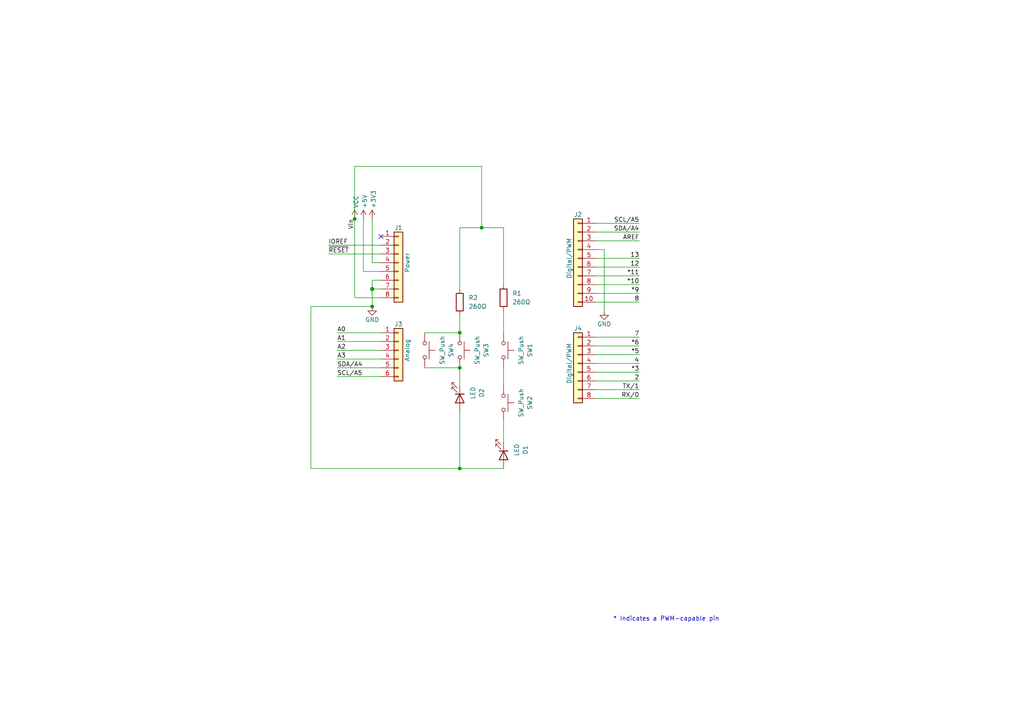
<source format=kicad_sch>
(kicad_sch
	(version 20231120)
	(generator "eeschema")
	(generator_version "8.0")
	(uuid "e63e39d7-6ac0-4ffd-8aa3-1841a4541b55")
	(paper "A4")
	(title_block
		(date "mar. 31 mars 2015")
	)
	(lib_symbols
		(symbol "Connector_Generic:Conn_01x06"
			(pin_names
				(offset 1.016) hide)
			(exclude_from_sim no)
			(in_bom yes)
			(on_board yes)
			(property "Reference" "J"
				(at 0 7.62 0)
				(effects
					(font
						(size 1.27 1.27)
					)
				)
			)
			(property "Value" "Conn_01x06"
				(at 0 -10.16 0)
				(effects
					(font
						(size 1.27 1.27)
					)
				)
			)
			(property "Footprint" ""
				(at 0 0 0)
				(effects
					(font
						(size 1.27 1.27)
					)
					(hide yes)
				)
			)
			(property "Datasheet" "~"
				(at 0 0 0)
				(effects
					(font
						(size 1.27 1.27)
					)
					(hide yes)
				)
			)
			(property "Description" "Generic connector, single row, 01x06, script generated (kicad-library-utils/schlib/autogen/connector/)"
				(at 0 0 0)
				(effects
					(font
						(size 1.27 1.27)
					)
					(hide yes)
				)
			)
			(property "ki_keywords" "connector"
				(at 0 0 0)
				(effects
					(font
						(size 1.27 1.27)
					)
					(hide yes)
				)
			)
			(property "ki_fp_filters" "Connector*:*_1x??_*"
				(at 0 0 0)
				(effects
					(font
						(size 1.27 1.27)
					)
					(hide yes)
				)
			)
			(symbol "Conn_01x06_1_1"
				(rectangle
					(start -1.27 -7.493)
					(end 0 -7.747)
					(stroke
						(width 0.1524)
						(type default)
					)
					(fill
						(type none)
					)
				)
				(rectangle
					(start -1.27 -4.953)
					(end 0 -5.207)
					(stroke
						(width 0.1524)
						(type default)
					)
					(fill
						(type none)
					)
				)
				(rectangle
					(start -1.27 -2.413)
					(end 0 -2.667)
					(stroke
						(width 0.1524)
						(type default)
					)
					(fill
						(type none)
					)
				)
				(rectangle
					(start -1.27 0.127)
					(end 0 -0.127)
					(stroke
						(width 0.1524)
						(type default)
					)
					(fill
						(type none)
					)
				)
				(rectangle
					(start -1.27 2.667)
					(end 0 2.413)
					(stroke
						(width 0.1524)
						(type default)
					)
					(fill
						(type none)
					)
				)
				(rectangle
					(start -1.27 5.207)
					(end 0 4.953)
					(stroke
						(width 0.1524)
						(type default)
					)
					(fill
						(type none)
					)
				)
				(rectangle
					(start -1.27 6.35)
					(end 1.27 -8.89)
					(stroke
						(width 0.254)
						(type default)
					)
					(fill
						(type background)
					)
				)
				(pin passive line
					(at -5.08 5.08 0)
					(length 3.81)
					(name "Pin_1"
						(effects
							(font
								(size 1.27 1.27)
							)
						)
					)
					(number "1"
						(effects
							(font
								(size 1.27 1.27)
							)
						)
					)
				)
				(pin passive line
					(at -5.08 2.54 0)
					(length 3.81)
					(name "Pin_2"
						(effects
							(font
								(size 1.27 1.27)
							)
						)
					)
					(number "2"
						(effects
							(font
								(size 1.27 1.27)
							)
						)
					)
				)
				(pin passive line
					(at -5.08 0 0)
					(length 3.81)
					(name "Pin_3"
						(effects
							(font
								(size 1.27 1.27)
							)
						)
					)
					(number "3"
						(effects
							(font
								(size 1.27 1.27)
							)
						)
					)
				)
				(pin passive line
					(at -5.08 -2.54 0)
					(length 3.81)
					(name "Pin_4"
						(effects
							(font
								(size 1.27 1.27)
							)
						)
					)
					(number "4"
						(effects
							(font
								(size 1.27 1.27)
							)
						)
					)
				)
				(pin passive line
					(at -5.08 -5.08 0)
					(length 3.81)
					(name "Pin_5"
						(effects
							(font
								(size 1.27 1.27)
							)
						)
					)
					(number "5"
						(effects
							(font
								(size 1.27 1.27)
							)
						)
					)
				)
				(pin passive line
					(at -5.08 -7.62 0)
					(length 3.81)
					(name "Pin_6"
						(effects
							(font
								(size 1.27 1.27)
							)
						)
					)
					(number "6"
						(effects
							(font
								(size 1.27 1.27)
							)
						)
					)
				)
			)
		)
		(symbol "Connector_Generic:Conn_01x08"
			(pin_names
				(offset 1.016) hide)
			(exclude_from_sim no)
			(in_bom yes)
			(on_board yes)
			(property "Reference" "J"
				(at 0 10.16 0)
				(effects
					(font
						(size 1.27 1.27)
					)
				)
			)
			(property "Value" "Conn_01x08"
				(at 0 -12.7 0)
				(effects
					(font
						(size 1.27 1.27)
					)
				)
			)
			(property "Footprint" ""
				(at 0 0 0)
				(effects
					(font
						(size 1.27 1.27)
					)
					(hide yes)
				)
			)
			(property "Datasheet" "~"
				(at 0 0 0)
				(effects
					(font
						(size 1.27 1.27)
					)
					(hide yes)
				)
			)
			(property "Description" "Generic connector, single row, 01x08, script generated (kicad-library-utils/schlib/autogen/connector/)"
				(at 0 0 0)
				(effects
					(font
						(size 1.27 1.27)
					)
					(hide yes)
				)
			)
			(property "ki_keywords" "connector"
				(at 0 0 0)
				(effects
					(font
						(size 1.27 1.27)
					)
					(hide yes)
				)
			)
			(property "ki_fp_filters" "Connector*:*_1x??_*"
				(at 0 0 0)
				(effects
					(font
						(size 1.27 1.27)
					)
					(hide yes)
				)
			)
			(symbol "Conn_01x08_1_1"
				(rectangle
					(start -1.27 -10.033)
					(end 0 -10.287)
					(stroke
						(width 0.1524)
						(type default)
					)
					(fill
						(type none)
					)
				)
				(rectangle
					(start -1.27 -7.493)
					(end 0 -7.747)
					(stroke
						(width 0.1524)
						(type default)
					)
					(fill
						(type none)
					)
				)
				(rectangle
					(start -1.27 -4.953)
					(end 0 -5.207)
					(stroke
						(width 0.1524)
						(type default)
					)
					(fill
						(type none)
					)
				)
				(rectangle
					(start -1.27 -2.413)
					(end 0 -2.667)
					(stroke
						(width 0.1524)
						(type default)
					)
					(fill
						(type none)
					)
				)
				(rectangle
					(start -1.27 0.127)
					(end 0 -0.127)
					(stroke
						(width 0.1524)
						(type default)
					)
					(fill
						(type none)
					)
				)
				(rectangle
					(start -1.27 2.667)
					(end 0 2.413)
					(stroke
						(width 0.1524)
						(type default)
					)
					(fill
						(type none)
					)
				)
				(rectangle
					(start -1.27 5.207)
					(end 0 4.953)
					(stroke
						(width 0.1524)
						(type default)
					)
					(fill
						(type none)
					)
				)
				(rectangle
					(start -1.27 7.747)
					(end 0 7.493)
					(stroke
						(width 0.1524)
						(type default)
					)
					(fill
						(type none)
					)
				)
				(rectangle
					(start -1.27 8.89)
					(end 1.27 -11.43)
					(stroke
						(width 0.254)
						(type default)
					)
					(fill
						(type background)
					)
				)
				(pin passive line
					(at -5.08 7.62 0)
					(length 3.81)
					(name "Pin_1"
						(effects
							(font
								(size 1.27 1.27)
							)
						)
					)
					(number "1"
						(effects
							(font
								(size 1.27 1.27)
							)
						)
					)
				)
				(pin passive line
					(at -5.08 5.08 0)
					(length 3.81)
					(name "Pin_2"
						(effects
							(font
								(size 1.27 1.27)
							)
						)
					)
					(number "2"
						(effects
							(font
								(size 1.27 1.27)
							)
						)
					)
				)
				(pin passive line
					(at -5.08 2.54 0)
					(length 3.81)
					(name "Pin_3"
						(effects
							(font
								(size 1.27 1.27)
							)
						)
					)
					(number "3"
						(effects
							(font
								(size 1.27 1.27)
							)
						)
					)
				)
				(pin passive line
					(at -5.08 0 0)
					(length 3.81)
					(name "Pin_4"
						(effects
							(font
								(size 1.27 1.27)
							)
						)
					)
					(number "4"
						(effects
							(font
								(size 1.27 1.27)
							)
						)
					)
				)
				(pin passive line
					(at -5.08 -2.54 0)
					(length 3.81)
					(name "Pin_5"
						(effects
							(font
								(size 1.27 1.27)
							)
						)
					)
					(number "5"
						(effects
							(font
								(size 1.27 1.27)
							)
						)
					)
				)
				(pin passive line
					(at -5.08 -5.08 0)
					(length 3.81)
					(name "Pin_6"
						(effects
							(font
								(size 1.27 1.27)
							)
						)
					)
					(number "6"
						(effects
							(font
								(size 1.27 1.27)
							)
						)
					)
				)
				(pin passive line
					(at -5.08 -7.62 0)
					(length 3.81)
					(name "Pin_7"
						(effects
							(font
								(size 1.27 1.27)
							)
						)
					)
					(number "7"
						(effects
							(font
								(size 1.27 1.27)
							)
						)
					)
				)
				(pin passive line
					(at -5.08 -10.16 0)
					(length 3.81)
					(name "Pin_8"
						(effects
							(font
								(size 1.27 1.27)
							)
						)
					)
					(number "8"
						(effects
							(font
								(size 1.27 1.27)
							)
						)
					)
				)
			)
		)
		(symbol "Connector_Generic:Conn_01x10"
			(pin_names
				(offset 1.016) hide)
			(exclude_from_sim no)
			(in_bom yes)
			(on_board yes)
			(property "Reference" "J"
				(at 0 12.7 0)
				(effects
					(font
						(size 1.27 1.27)
					)
				)
			)
			(property "Value" "Conn_01x10"
				(at 0 -15.24 0)
				(effects
					(font
						(size 1.27 1.27)
					)
				)
			)
			(property "Footprint" ""
				(at 0 0 0)
				(effects
					(font
						(size 1.27 1.27)
					)
					(hide yes)
				)
			)
			(property "Datasheet" "~"
				(at 0 0 0)
				(effects
					(font
						(size 1.27 1.27)
					)
					(hide yes)
				)
			)
			(property "Description" "Generic connector, single row, 01x10, script generated (kicad-library-utils/schlib/autogen/connector/)"
				(at 0 0 0)
				(effects
					(font
						(size 1.27 1.27)
					)
					(hide yes)
				)
			)
			(property "ki_keywords" "connector"
				(at 0 0 0)
				(effects
					(font
						(size 1.27 1.27)
					)
					(hide yes)
				)
			)
			(property "ki_fp_filters" "Connector*:*_1x??_*"
				(at 0 0 0)
				(effects
					(font
						(size 1.27 1.27)
					)
					(hide yes)
				)
			)
			(symbol "Conn_01x10_1_1"
				(rectangle
					(start -1.27 -12.573)
					(end 0 -12.827)
					(stroke
						(width 0.1524)
						(type default)
					)
					(fill
						(type none)
					)
				)
				(rectangle
					(start -1.27 -10.033)
					(end 0 -10.287)
					(stroke
						(width 0.1524)
						(type default)
					)
					(fill
						(type none)
					)
				)
				(rectangle
					(start -1.27 -7.493)
					(end 0 -7.747)
					(stroke
						(width 0.1524)
						(type default)
					)
					(fill
						(type none)
					)
				)
				(rectangle
					(start -1.27 -4.953)
					(end 0 -5.207)
					(stroke
						(width 0.1524)
						(type default)
					)
					(fill
						(type none)
					)
				)
				(rectangle
					(start -1.27 -2.413)
					(end 0 -2.667)
					(stroke
						(width 0.1524)
						(type default)
					)
					(fill
						(type none)
					)
				)
				(rectangle
					(start -1.27 0.127)
					(end 0 -0.127)
					(stroke
						(width 0.1524)
						(type default)
					)
					(fill
						(type none)
					)
				)
				(rectangle
					(start -1.27 2.667)
					(end 0 2.413)
					(stroke
						(width 0.1524)
						(type default)
					)
					(fill
						(type none)
					)
				)
				(rectangle
					(start -1.27 5.207)
					(end 0 4.953)
					(stroke
						(width 0.1524)
						(type default)
					)
					(fill
						(type none)
					)
				)
				(rectangle
					(start -1.27 7.747)
					(end 0 7.493)
					(stroke
						(width 0.1524)
						(type default)
					)
					(fill
						(type none)
					)
				)
				(rectangle
					(start -1.27 10.287)
					(end 0 10.033)
					(stroke
						(width 0.1524)
						(type default)
					)
					(fill
						(type none)
					)
				)
				(rectangle
					(start -1.27 11.43)
					(end 1.27 -13.97)
					(stroke
						(width 0.254)
						(type default)
					)
					(fill
						(type background)
					)
				)
				(pin passive line
					(at -5.08 10.16 0)
					(length 3.81)
					(name "Pin_1"
						(effects
							(font
								(size 1.27 1.27)
							)
						)
					)
					(number "1"
						(effects
							(font
								(size 1.27 1.27)
							)
						)
					)
				)
				(pin passive line
					(at -5.08 -12.7 0)
					(length 3.81)
					(name "Pin_10"
						(effects
							(font
								(size 1.27 1.27)
							)
						)
					)
					(number "10"
						(effects
							(font
								(size 1.27 1.27)
							)
						)
					)
				)
				(pin passive line
					(at -5.08 7.62 0)
					(length 3.81)
					(name "Pin_2"
						(effects
							(font
								(size 1.27 1.27)
							)
						)
					)
					(number "2"
						(effects
							(font
								(size 1.27 1.27)
							)
						)
					)
				)
				(pin passive line
					(at -5.08 5.08 0)
					(length 3.81)
					(name "Pin_3"
						(effects
							(font
								(size 1.27 1.27)
							)
						)
					)
					(number "3"
						(effects
							(font
								(size 1.27 1.27)
							)
						)
					)
				)
				(pin passive line
					(at -5.08 2.54 0)
					(length 3.81)
					(name "Pin_4"
						(effects
							(font
								(size 1.27 1.27)
							)
						)
					)
					(number "4"
						(effects
							(font
								(size 1.27 1.27)
							)
						)
					)
				)
				(pin passive line
					(at -5.08 0 0)
					(length 3.81)
					(name "Pin_5"
						(effects
							(font
								(size 1.27 1.27)
							)
						)
					)
					(number "5"
						(effects
							(font
								(size 1.27 1.27)
							)
						)
					)
				)
				(pin passive line
					(at -5.08 -2.54 0)
					(length 3.81)
					(name "Pin_6"
						(effects
							(font
								(size 1.27 1.27)
							)
						)
					)
					(number "6"
						(effects
							(font
								(size 1.27 1.27)
							)
						)
					)
				)
				(pin passive line
					(at -5.08 -5.08 0)
					(length 3.81)
					(name "Pin_7"
						(effects
							(font
								(size 1.27 1.27)
							)
						)
					)
					(number "7"
						(effects
							(font
								(size 1.27 1.27)
							)
						)
					)
				)
				(pin passive line
					(at -5.08 -7.62 0)
					(length 3.81)
					(name "Pin_8"
						(effects
							(font
								(size 1.27 1.27)
							)
						)
					)
					(number "8"
						(effects
							(font
								(size 1.27 1.27)
							)
						)
					)
				)
				(pin passive line
					(at -5.08 -10.16 0)
					(length 3.81)
					(name "Pin_9"
						(effects
							(font
								(size 1.27 1.27)
							)
						)
					)
					(number "9"
						(effects
							(font
								(size 1.27 1.27)
							)
						)
					)
				)
			)
		)
		(symbol "Device:LED"
			(pin_numbers hide)
			(pin_names
				(offset 1.016) hide)
			(exclude_from_sim no)
			(in_bom yes)
			(on_board yes)
			(property "Reference" "D"
				(at 0 2.54 0)
				(effects
					(font
						(size 1.27 1.27)
					)
				)
			)
			(property "Value" "LED"
				(at 0 -2.54 0)
				(effects
					(font
						(size 1.27 1.27)
					)
				)
			)
			(property "Footprint" ""
				(at 0 0 0)
				(effects
					(font
						(size 1.27 1.27)
					)
					(hide yes)
				)
			)
			(property "Datasheet" "~"
				(at 0 0 0)
				(effects
					(font
						(size 1.27 1.27)
					)
					(hide yes)
				)
			)
			(property "Description" "Light emitting diode"
				(at 0 0 0)
				(effects
					(font
						(size 1.27 1.27)
					)
					(hide yes)
				)
			)
			(property "ki_keywords" "LED diode"
				(at 0 0 0)
				(effects
					(font
						(size 1.27 1.27)
					)
					(hide yes)
				)
			)
			(property "ki_fp_filters" "LED* LED_SMD:* LED_THT:*"
				(at 0 0 0)
				(effects
					(font
						(size 1.27 1.27)
					)
					(hide yes)
				)
			)
			(symbol "LED_0_1"
				(polyline
					(pts
						(xy -1.27 -1.27) (xy -1.27 1.27)
					)
					(stroke
						(width 0.254)
						(type default)
					)
					(fill
						(type none)
					)
				)
				(polyline
					(pts
						(xy -1.27 0) (xy 1.27 0)
					)
					(stroke
						(width 0)
						(type default)
					)
					(fill
						(type none)
					)
				)
				(polyline
					(pts
						(xy 1.27 -1.27) (xy 1.27 1.27) (xy -1.27 0) (xy 1.27 -1.27)
					)
					(stroke
						(width 0.254)
						(type default)
					)
					(fill
						(type none)
					)
				)
				(polyline
					(pts
						(xy -3.048 -0.762) (xy -4.572 -2.286) (xy -3.81 -2.286) (xy -4.572 -2.286) (xy -4.572 -1.524)
					)
					(stroke
						(width 0)
						(type default)
					)
					(fill
						(type none)
					)
				)
				(polyline
					(pts
						(xy -1.778 -0.762) (xy -3.302 -2.286) (xy -2.54 -2.286) (xy -3.302 -2.286) (xy -3.302 -1.524)
					)
					(stroke
						(width 0)
						(type default)
					)
					(fill
						(type none)
					)
				)
			)
			(symbol "LED_1_1"
				(pin passive line
					(at -3.81 0 0)
					(length 2.54)
					(name "K"
						(effects
							(font
								(size 1.27 1.27)
							)
						)
					)
					(number "1"
						(effects
							(font
								(size 1.27 1.27)
							)
						)
					)
				)
				(pin passive line
					(at 3.81 0 180)
					(length 2.54)
					(name "A"
						(effects
							(font
								(size 1.27 1.27)
							)
						)
					)
					(number "2"
						(effects
							(font
								(size 1.27 1.27)
							)
						)
					)
				)
			)
		)
		(symbol "Device:R"
			(pin_numbers hide)
			(pin_names
				(offset 0)
			)
			(exclude_from_sim no)
			(in_bom yes)
			(on_board yes)
			(property "Reference" "R"
				(at 2.032 0 90)
				(effects
					(font
						(size 1.27 1.27)
					)
				)
			)
			(property "Value" "R"
				(at 0 0 90)
				(effects
					(font
						(size 1.27 1.27)
					)
				)
			)
			(property "Footprint" ""
				(at -1.778 0 90)
				(effects
					(font
						(size 1.27 1.27)
					)
					(hide yes)
				)
			)
			(property "Datasheet" "~"
				(at 0 0 0)
				(effects
					(font
						(size 1.27 1.27)
					)
					(hide yes)
				)
			)
			(property "Description" "Resistor"
				(at 0 0 0)
				(effects
					(font
						(size 1.27 1.27)
					)
					(hide yes)
				)
			)
			(property "ki_keywords" "R res resistor"
				(at 0 0 0)
				(effects
					(font
						(size 1.27 1.27)
					)
					(hide yes)
				)
			)
			(property "ki_fp_filters" "R_*"
				(at 0 0 0)
				(effects
					(font
						(size 1.27 1.27)
					)
					(hide yes)
				)
			)
			(symbol "R_0_1"
				(rectangle
					(start -1.016 -2.54)
					(end 1.016 2.54)
					(stroke
						(width 0.254)
						(type default)
					)
					(fill
						(type none)
					)
				)
			)
			(symbol "R_1_1"
				(pin passive line
					(at 0 3.81 270)
					(length 1.27)
					(name "~"
						(effects
							(font
								(size 1.27 1.27)
							)
						)
					)
					(number "1"
						(effects
							(font
								(size 1.27 1.27)
							)
						)
					)
				)
				(pin passive line
					(at 0 -3.81 90)
					(length 1.27)
					(name "~"
						(effects
							(font
								(size 1.27 1.27)
							)
						)
					)
					(number "2"
						(effects
							(font
								(size 1.27 1.27)
							)
						)
					)
				)
			)
		)
		(symbol "Switch:SW_Push"
			(pin_numbers hide)
			(pin_names
				(offset 1.016) hide)
			(exclude_from_sim no)
			(in_bom yes)
			(on_board yes)
			(property "Reference" "SW"
				(at 1.27 2.54 0)
				(effects
					(font
						(size 1.27 1.27)
					)
					(justify left)
				)
			)
			(property "Value" "SW_Push"
				(at 0 -1.524 0)
				(effects
					(font
						(size 1.27 1.27)
					)
				)
			)
			(property "Footprint" ""
				(at 0 5.08 0)
				(effects
					(font
						(size 1.27 1.27)
					)
					(hide yes)
				)
			)
			(property "Datasheet" "~"
				(at 0 5.08 0)
				(effects
					(font
						(size 1.27 1.27)
					)
					(hide yes)
				)
			)
			(property "Description" "Push button switch, generic, two pins"
				(at 0 0 0)
				(effects
					(font
						(size 1.27 1.27)
					)
					(hide yes)
				)
			)
			(property "ki_keywords" "switch normally-open pushbutton push-button"
				(at 0 0 0)
				(effects
					(font
						(size 1.27 1.27)
					)
					(hide yes)
				)
			)
			(symbol "SW_Push_0_1"
				(circle
					(center -2.032 0)
					(radius 0.508)
					(stroke
						(width 0)
						(type default)
					)
					(fill
						(type none)
					)
				)
				(polyline
					(pts
						(xy 0 1.27) (xy 0 3.048)
					)
					(stroke
						(width 0)
						(type default)
					)
					(fill
						(type none)
					)
				)
				(polyline
					(pts
						(xy 2.54 1.27) (xy -2.54 1.27)
					)
					(stroke
						(width 0)
						(type default)
					)
					(fill
						(type none)
					)
				)
				(circle
					(center 2.032 0)
					(radius 0.508)
					(stroke
						(width 0)
						(type default)
					)
					(fill
						(type none)
					)
				)
				(pin passive line
					(at -5.08 0 0)
					(length 2.54)
					(name "1"
						(effects
							(font
								(size 1.27 1.27)
							)
						)
					)
					(number "1"
						(effects
							(font
								(size 1.27 1.27)
							)
						)
					)
				)
				(pin passive line
					(at 5.08 0 180)
					(length 2.54)
					(name "2"
						(effects
							(font
								(size 1.27 1.27)
							)
						)
					)
					(number "2"
						(effects
							(font
								(size 1.27 1.27)
							)
						)
					)
				)
			)
		)
		(symbol "power:+3V3"
			(power)
			(pin_names
				(offset 0)
			)
			(exclude_from_sim no)
			(in_bom yes)
			(on_board yes)
			(property "Reference" "#PWR"
				(at 0 -3.81 0)
				(effects
					(font
						(size 1.27 1.27)
					)
					(hide yes)
				)
			)
			(property "Value" "+3V3"
				(at 0 3.556 0)
				(effects
					(font
						(size 1.27 1.27)
					)
				)
			)
			(property "Footprint" ""
				(at 0 0 0)
				(effects
					(font
						(size 1.27 1.27)
					)
					(hide yes)
				)
			)
			(property "Datasheet" ""
				(at 0 0 0)
				(effects
					(font
						(size 1.27 1.27)
					)
					(hide yes)
				)
			)
			(property "Description" "Power symbol creates a global label with name \"+3V3\""
				(at 0 0 0)
				(effects
					(font
						(size 1.27 1.27)
					)
					(hide yes)
				)
			)
			(property "ki_keywords" "power-flag"
				(at 0 0 0)
				(effects
					(font
						(size 1.27 1.27)
					)
					(hide yes)
				)
			)
			(symbol "+3V3_0_1"
				(polyline
					(pts
						(xy -0.762 1.27) (xy 0 2.54)
					)
					(stroke
						(width 0)
						(type default)
					)
					(fill
						(type none)
					)
				)
				(polyline
					(pts
						(xy 0 0) (xy 0 2.54)
					)
					(stroke
						(width 0)
						(type default)
					)
					(fill
						(type none)
					)
				)
				(polyline
					(pts
						(xy 0 2.54) (xy 0.762 1.27)
					)
					(stroke
						(width 0)
						(type default)
					)
					(fill
						(type none)
					)
				)
			)
			(symbol "+3V3_1_1"
				(pin power_in line
					(at 0 0 90)
					(length 0) hide
					(name "+3V3"
						(effects
							(font
								(size 1.27 1.27)
							)
						)
					)
					(number "1"
						(effects
							(font
								(size 1.27 1.27)
							)
						)
					)
				)
			)
		)
		(symbol "power:+5V"
			(power)
			(pin_names
				(offset 0)
			)
			(exclude_from_sim no)
			(in_bom yes)
			(on_board yes)
			(property "Reference" "#PWR"
				(at 0 -3.81 0)
				(effects
					(font
						(size 1.27 1.27)
					)
					(hide yes)
				)
			)
			(property "Value" "+5V"
				(at 0 3.556 0)
				(effects
					(font
						(size 1.27 1.27)
					)
				)
			)
			(property "Footprint" ""
				(at 0 0 0)
				(effects
					(font
						(size 1.27 1.27)
					)
					(hide yes)
				)
			)
			(property "Datasheet" ""
				(at 0 0 0)
				(effects
					(font
						(size 1.27 1.27)
					)
					(hide yes)
				)
			)
			(property "Description" "Power symbol creates a global label with name \"+5V\""
				(at 0 0 0)
				(effects
					(font
						(size 1.27 1.27)
					)
					(hide yes)
				)
			)
			(property "ki_keywords" "power-flag"
				(at 0 0 0)
				(effects
					(font
						(size 1.27 1.27)
					)
					(hide yes)
				)
			)
			(symbol "+5V_0_1"
				(polyline
					(pts
						(xy -0.762 1.27) (xy 0 2.54)
					)
					(stroke
						(width 0)
						(type default)
					)
					(fill
						(type none)
					)
				)
				(polyline
					(pts
						(xy 0 0) (xy 0 2.54)
					)
					(stroke
						(width 0)
						(type default)
					)
					(fill
						(type none)
					)
				)
				(polyline
					(pts
						(xy 0 2.54) (xy 0.762 1.27)
					)
					(stroke
						(width 0)
						(type default)
					)
					(fill
						(type none)
					)
				)
			)
			(symbol "+5V_1_1"
				(pin power_in line
					(at 0 0 90)
					(length 0) hide
					(name "+5V"
						(effects
							(font
								(size 1.27 1.27)
							)
						)
					)
					(number "1"
						(effects
							(font
								(size 1.27 1.27)
							)
						)
					)
				)
			)
		)
		(symbol "power:GND"
			(power)
			(pin_names
				(offset 0)
			)
			(exclude_from_sim no)
			(in_bom yes)
			(on_board yes)
			(property "Reference" "#PWR"
				(at 0 -6.35 0)
				(effects
					(font
						(size 1.27 1.27)
					)
					(hide yes)
				)
			)
			(property "Value" "GND"
				(at 0 -3.81 0)
				(effects
					(font
						(size 1.27 1.27)
					)
				)
			)
			(property "Footprint" ""
				(at 0 0 0)
				(effects
					(font
						(size 1.27 1.27)
					)
					(hide yes)
				)
			)
			(property "Datasheet" ""
				(at 0 0 0)
				(effects
					(font
						(size 1.27 1.27)
					)
					(hide yes)
				)
			)
			(property "Description" "Power symbol creates a global label with name \"GND\" , ground"
				(at 0 0 0)
				(effects
					(font
						(size 1.27 1.27)
					)
					(hide yes)
				)
			)
			(property "ki_keywords" "power-flag"
				(at 0 0 0)
				(effects
					(font
						(size 1.27 1.27)
					)
					(hide yes)
				)
			)
			(symbol "GND_0_1"
				(polyline
					(pts
						(xy 0 0) (xy 0 -1.27) (xy 1.27 -1.27) (xy 0 -2.54) (xy -1.27 -1.27) (xy 0 -1.27)
					)
					(stroke
						(width 0)
						(type default)
					)
					(fill
						(type none)
					)
				)
			)
			(symbol "GND_1_1"
				(pin power_in line
					(at 0 0 270)
					(length 0) hide
					(name "GND"
						(effects
							(font
								(size 1.27 1.27)
							)
						)
					)
					(number "1"
						(effects
							(font
								(size 1.27 1.27)
							)
						)
					)
				)
			)
		)
		(symbol "power:VCC"
			(power)
			(pin_names
				(offset 0)
			)
			(exclude_from_sim no)
			(in_bom yes)
			(on_board yes)
			(property "Reference" "#PWR"
				(at 0 -3.81 0)
				(effects
					(font
						(size 1.27 1.27)
					)
					(hide yes)
				)
			)
			(property "Value" "VCC"
				(at 0 3.81 0)
				(effects
					(font
						(size 1.27 1.27)
					)
				)
			)
			(property "Footprint" ""
				(at 0 0 0)
				(effects
					(font
						(size 1.27 1.27)
					)
					(hide yes)
				)
			)
			(property "Datasheet" ""
				(at 0 0 0)
				(effects
					(font
						(size 1.27 1.27)
					)
					(hide yes)
				)
			)
			(property "Description" "Power symbol creates a global label with name \"VCC\""
				(at 0 0 0)
				(effects
					(font
						(size 1.27 1.27)
					)
					(hide yes)
				)
			)
			(property "ki_keywords" "power-flag"
				(at 0 0 0)
				(effects
					(font
						(size 1.27 1.27)
					)
					(hide yes)
				)
			)
			(symbol "VCC_0_1"
				(polyline
					(pts
						(xy -0.762 1.27) (xy 0 2.54)
					)
					(stroke
						(width 0)
						(type default)
					)
					(fill
						(type none)
					)
				)
				(polyline
					(pts
						(xy 0 0) (xy 0 2.54)
					)
					(stroke
						(width 0)
						(type default)
					)
					(fill
						(type none)
					)
				)
				(polyline
					(pts
						(xy 0 2.54) (xy 0.762 1.27)
					)
					(stroke
						(width 0)
						(type default)
					)
					(fill
						(type none)
					)
				)
			)
			(symbol "VCC_1_1"
				(pin power_in line
					(at 0 0 90)
					(length 0) hide
					(name "VCC"
						(effects
							(font
								(size 1.27 1.27)
							)
						)
					)
					(number "1"
						(effects
							(font
								(size 1.27 1.27)
							)
						)
					)
				)
			)
		)
	)
	(junction
		(at 133.35 135.89)
		(diameter 0)
		(color 0 0 0 0)
		(uuid "0e037052-c8a0-4196-a297-74e80812353b")
	)
	(junction
		(at 139.7 66.04)
		(diameter 0)
		(color 0 0 0 0)
		(uuid "16f596b6-5cec-43b2-ad25-565b72222b41")
	)
	(junction
		(at 107.95 83.82)
		(diameter 1.016)
		(color 0 0 0 0)
		(uuid "3dcc657b-55a1-48e0-9667-e01e7b6b08b5")
	)
	(junction
		(at 102.87 63.5)
		(diameter 0)
		(color 0 0 0 0)
		(uuid "9cb0d3fa-aa08-4410-8803-2bc385c6edbb")
	)
	(junction
		(at 133.35 106.68)
		(diameter 0)
		(color 0 0 0 0)
		(uuid "b4cbb1ee-f517-498d-8ac0-dd5461eee514")
	)
	(junction
		(at 133.35 96.52)
		(diameter 0)
		(color 0 0 0 0)
		(uuid "c125b3e1-b5f5-45d1-a3e7-c5da2580e036")
	)
	(junction
		(at 107.95 88.9)
		(diameter 0)
		(color 0 0 0 0)
		(uuid "cb4ce95e-3c33-419c-99a1-63cba60574ad")
	)
	(no_connect
		(at 110.49 68.58)
		(uuid "d181157c-7812-47e5-a0cf-9580c905fc86")
	)
	(wire
		(pts
			(xy 172.72 115.57) (xy 185.42 115.57)
		)
		(stroke
			(width 0)
			(type solid)
		)
		(uuid "010ba307-2067-49d3-b0fa-6414143f3fc2")
	)
	(wire
		(pts
			(xy 172.72 82.55) (xy 185.42 82.55)
		)
		(stroke
			(width 0)
			(type solid)
		)
		(uuid "09480ba4-37da-45e3-b9fe-6beebf876349")
	)
	(wire
		(pts
			(xy 172.72 64.77) (xy 185.42 64.77)
		)
		(stroke
			(width 0)
			(type solid)
		)
		(uuid "0f5d2189-4ead-42fa-8f7a-cfa3af4de132")
	)
	(wire
		(pts
			(xy 146.05 135.89) (xy 133.35 135.89)
		)
		(stroke
			(width 0)
			(type default)
		)
		(uuid "1010b3f3-0b0c-4ed1-8f59-390128410809")
	)
	(wire
		(pts
			(xy 146.05 82.55) (xy 146.05 66.04)
		)
		(stroke
			(width 0)
			(type default)
		)
		(uuid "10e99173-1104-44a2-be68-07e7c2284759")
	)
	(wire
		(pts
			(xy 107.95 81.28) (xy 107.95 83.82)
		)
		(stroke
			(width 0)
			(type solid)
		)
		(uuid "1c31b835-925f-4a5c-92df-8f2558bb711b")
	)
	(wire
		(pts
			(xy 97.79 109.22) (xy 110.49 109.22)
		)
		(stroke
			(width 0)
			(type solid)
		)
		(uuid "20854542-d0b0-4be7-af02-0e5fceb34e01")
	)
	(wire
		(pts
			(xy 133.35 106.68) (xy 123.19 106.68)
		)
		(stroke
			(width 0)
			(type default)
		)
		(uuid "2d7eb02b-2027-4701-879f-01229d495c6c")
	)
	(wire
		(pts
			(xy 107.95 83.82) (xy 107.95 88.9)
		)
		(stroke
			(width 0)
			(type solid)
		)
		(uuid "2df788b2-ce68-49bc-a497-4b6570a17f30")
	)
	(wire
		(pts
			(xy 102.87 48.26) (xy 139.7 48.26)
		)
		(stroke
			(width 0)
			(type solid)
		)
		(uuid "331cbe6d-fcd4-4627-9e7d-65ef7d410135")
	)
	(wire
		(pts
			(xy 107.95 76.2) (xy 110.49 76.2)
		)
		(stroke
			(width 0)
			(type solid)
		)
		(uuid "3334b11d-5a13-40b4-a117-d693c543e4ab")
	)
	(wire
		(pts
			(xy 146.05 106.68) (xy 146.05 111.76)
		)
		(stroke
			(width 0)
			(type default)
		)
		(uuid "35df0df6-d6cd-44e9-9c62-08a9394f2294")
	)
	(wire
		(pts
			(xy 105.41 78.74) (xy 110.49 78.74)
		)
		(stroke
			(width 0)
			(type solid)
		)
		(uuid "3661f80c-fef8-4441-83be-df8930b3b45e")
	)
	(wire
		(pts
			(xy 105.41 63.5) (xy 105.41 78.74)
		)
		(stroke
			(width 0)
			(type solid)
		)
		(uuid "392bf1f6-bf67-427d-8d4c-0a87cb757556")
	)
	(wire
		(pts
			(xy 90.17 135.89) (xy 90.17 88.9)
		)
		(stroke
			(width 0)
			(type default)
		)
		(uuid "3b314884-9b66-4869-8437-5c43d7adf844")
	)
	(wire
		(pts
			(xy 90.17 88.9) (xy 107.95 88.9)
		)
		(stroke
			(width 0)
			(type default)
		)
		(uuid "40fde359-dbbc-4d07-aaa9-189f949024a1")
	)
	(wire
		(pts
			(xy 172.72 74.93) (xy 185.42 74.93)
		)
		(stroke
			(width 0)
			(type solid)
		)
		(uuid "4227fa6f-c399-4f14-8228-23e39d2b7e7d")
	)
	(wire
		(pts
			(xy 107.95 63.5) (xy 107.95 76.2)
		)
		(stroke
			(width 0)
			(type solid)
		)
		(uuid "442fb4de-4d55-45de-bc27-3e6222ceb890")
	)
	(wire
		(pts
			(xy 172.72 97.79) (xy 185.42 97.79)
		)
		(stroke
			(width 0)
			(type solid)
		)
		(uuid "4455ee2e-5642-42c1-a83b-f7e65fa0c2f1")
	)
	(wire
		(pts
			(xy 102.87 63.5) (xy 102.87 48.26)
		)
		(stroke
			(width 0)
			(type solid)
		)
		(uuid "478e394f-b10e-4e4f-8cb7-acedbbfc0215")
	)
	(wire
		(pts
			(xy 110.49 96.52) (xy 97.79 96.52)
		)
		(stroke
			(width 0)
			(type solid)
		)
		(uuid "486ca832-85f4-4989-b0f4-569faf9be534")
	)
	(wire
		(pts
			(xy 172.72 77.47) (xy 185.42 77.47)
		)
		(stroke
			(width 0)
			(type solid)
		)
		(uuid "4a910b57-a5cd-4105-ab4f-bde2a80d4f00")
	)
	(wire
		(pts
			(xy 172.72 100.33) (xy 185.42 100.33)
		)
		(stroke
			(width 0)
			(type solid)
		)
		(uuid "4e60e1af-19bd-45a0-b418-b7030b594dde")
	)
	(wire
		(pts
			(xy 172.72 85.09) (xy 185.42 85.09)
		)
		(stroke
			(width 0)
			(type solid)
		)
		(uuid "63f2b71b-521b-4210-bf06-ed65e330fccc")
	)
	(wire
		(pts
			(xy 133.35 106.68) (xy 133.35 111.76)
		)
		(stroke
			(width 0)
			(type default)
		)
		(uuid "67f0ec31-844d-4d36-9d93-5e9d61b90836")
	)
	(wire
		(pts
			(xy 172.72 105.41) (xy 185.42 105.41)
		)
		(stroke
			(width 0)
			(type solid)
		)
		(uuid "6bb3ea5f-9e60-4add-9d97-244be2cf61d2")
	)
	(wire
		(pts
			(xy 95.25 71.12) (xy 110.49 71.12)
		)
		(stroke
			(width 0)
			(type solid)
		)
		(uuid "73d4774c-1387-4550-b580-a1cc0ac89b89")
	)
	(wire
		(pts
			(xy 133.35 119.38) (xy 133.35 135.89)
		)
		(stroke
			(width 0)
			(type default)
		)
		(uuid "79b07e77-7c39-44b0-9edb-6ec95cd9d73e")
	)
	(wire
		(pts
			(xy 175.26 72.39) (xy 175.26 90.17)
		)
		(stroke
			(width 0)
			(type solid)
		)
		(uuid "84ce350c-b0c1-4e69-9ab2-f7ec7b8bb312")
	)
	(wire
		(pts
			(xy 139.7 66.04) (xy 133.35 66.04)
		)
		(stroke
			(width 0)
			(type default)
		)
		(uuid "859f3c93-fad4-48ea-b407-b0ec94caa374")
	)
	(wire
		(pts
			(xy 172.72 69.85) (xy 185.42 69.85)
		)
		(stroke
			(width 0)
			(type solid)
		)
		(uuid "8a3d35a2-f0f6-4dec-a606-7c8e288ca828")
	)
	(wire
		(pts
			(xy 110.49 101.6) (xy 97.79 101.6)
		)
		(stroke
			(width 0)
			(type solid)
		)
		(uuid "9377eb1a-3b12-438c-8ebd-f86ace1e8d25")
	)
	(wire
		(pts
			(xy 146.05 90.17) (xy 146.05 96.52)
		)
		(stroke
			(width 0)
			(type default)
		)
		(uuid "93d8dc02-f0fa-4b32-aff9-0bc4df59a531")
	)
	(wire
		(pts
			(xy 95.25 73.66) (xy 110.49 73.66)
		)
		(stroke
			(width 0)
			(type solid)
		)
		(uuid "93e52853-9d1e-4afe-aee8-b825ab9f5d09")
	)
	(wire
		(pts
			(xy 110.49 83.82) (xy 107.95 83.82)
		)
		(stroke
			(width 0)
			(type solid)
		)
		(uuid "97df9ac9-dbb8-472e-b84f-3684d0eb5efc")
	)
	(wire
		(pts
			(xy 110.49 86.36) (xy 102.87 86.36)
		)
		(stroke
			(width 0)
			(type solid)
		)
		(uuid "a7518f9d-05df-4211-ba17-5d615f04ec46")
	)
	(wire
		(pts
			(xy 97.79 99.06) (xy 110.49 99.06)
		)
		(stroke
			(width 0)
			(type solid)
		)
		(uuid "aab97e46-23d6-4cbf-8684-537b94306d68")
	)
	(wire
		(pts
			(xy 139.7 48.26) (xy 139.7 66.04)
		)
		(stroke
			(width 0)
			(type solid)
		)
		(uuid "aadef975-fd86-4b64-b83b-3cf12c4af427")
	)
	(wire
		(pts
			(xy 133.35 91.44) (xy 133.35 96.52)
		)
		(stroke
			(width 0)
			(type default)
		)
		(uuid "ab4822d4-b4cd-4328-8a74-4647c17a63d4")
	)
	(wire
		(pts
			(xy 172.72 72.39) (xy 175.26 72.39)
		)
		(stroke
			(width 0)
			(type solid)
		)
		(uuid "bcbc7302-8a54-4b9b-98b9-f277f1b20941")
	)
	(wire
		(pts
			(xy 133.35 135.89) (xy 90.17 135.89)
		)
		(stroke
			(width 0)
			(type default)
		)
		(uuid "bcea8a34-d652-40a7-a8eb-fb531d9bc46c")
	)
	(wire
		(pts
			(xy 110.49 81.28) (xy 107.95 81.28)
		)
		(stroke
			(width 0)
			(type solid)
		)
		(uuid "c12796ad-cf20-466f-9ab3-9cf441392c32")
	)
	(wire
		(pts
			(xy 172.72 80.01) (xy 185.42 80.01)
		)
		(stroke
			(width 0)
			(type solid)
		)
		(uuid "c722a1ff-12f1-49e5-88a4-44ffeb509ca2")
	)
	(wire
		(pts
			(xy 172.72 102.87) (xy 185.42 102.87)
		)
		(stroke
			(width 0)
			(type solid)
		)
		(uuid "cfe99980-2d98-4372-b495-04c53027340b")
	)
	(wire
		(pts
			(xy 146.05 121.92) (xy 146.05 128.27)
		)
		(stroke
			(width 0)
			(type default)
		)
		(uuid "d103e155-473d-4072-9a40-b85a656739ce")
	)
	(wire
		(pts
			(xy 97.79 104.14) (xy 110.49 104.14)
		)
		(stroke
			(width 0)
			(type solid)
		)
		(uuid "d3042136-2605-44b2-aebb-5484a9c90933")
	)
	(wire
		(pts
			(xy 172.72 67.31) (xy 185.42 67.31)
		)
		(stroke
			(width 0)
			(type solid)
		)
		(uuid "e7278977-132b-4777-9eb4-7d93363a4379")
	)
	(wire
		(pts
			(xy 133.35 66.04) (xy 133.35 83.82)
		)
		(stroke
			(width 0)
			(type default)
		)
		(uuid "e8b143b0-8df6-4c4f-85a6-e9ebe79de7f2")
	)
	(wire
		(pts
			(xy 133.35 96.52) (xy 123.19 96.52)
		)
		(stroke
			(width 0)
			(type default)
		)
		(uuid "e9461c80-9bfb-455c-8fa8-3bbfa8c8c763")
	)
	(wire
		(pts
			(xy 172.72 110.49) (xy 185.42 110.49)
		)
		(stroke
			(width 0)
			(type solid)
		)
		(uuid "e9bdd59b-3252-4c44-a357-6fa1af0c210c")
	)
	(wire
		(pts
			(xy 172.72 107.95) (xy 185.42 107.95)
		)
		(stroke
			(width 0)
			(type solid)
		)
		(uuid "ec76dcc9-9949-4dda-bd76-046204829cb4")
	)
	(wire
		(pts
			(xy 146.05 66.04) (xy 139.7 66.04)
		)
		(stroke
			(width 0)
			(type default)
		)
		(uuid "f429607b-cc09-4f83-8c40-868e610a5d60")
	)
	(wire
		(pts
			(xy 172.72 113.03) (xy 185.42 113.03)
		)
		(stroke
			(width 0)
			(type solid)
		)
		(uuid "f853d1d4-c722-44df-98bf-4a6114204628")
	)
	(wire
		(pts
			(xy 102.87 86.36) (xy 102.87 63.5)
		)
		(stroke
			(width 0)
			(type solid)
		)
		(uuid "f8de70cd-e47d-4e80-8f3a-077e9df93aa8")
	)
	(wire
		(pts
			(xy 110.49 106.68) (xy 97.79 106.68)
		)
		(stroke
			(width 0)
			(type solid)
		)
		(uuid "fc39c32d-65b8-4d16-9db5-de89c54a1206")
	)
	(wire
		(pts
			(xy 172.72 87.63) (xy 185.42 87.63)
		)
		(stroke
			(width 0)
			(type solid)
		)
		(uuid "fe837306-92d0-4847-ad21-76c47ae932d1")
	)
	(text "* Indicates a PWM-capable pin"
		(exclude_from_sim no)
		(at 177.8 180.34 0)
		(effects
			(font
				(size 1.27 1.27)
			)
			(justify left bottom)
		)
		(uuid "c364973a-9a67-4667-8185-a3a5c6c6cbdf")
	)
	(label "RX{slash}0"
		(at 185.42 115.57 180)
		(fields_autoplaced yes)
		(effects
			(font
				(size 1.27 1.27)
			)
			(justify right bottom)
		)
		(uuid "01ea9310-cf66-436b-9b89-1a2f4237b59e")
	)
	(label "A2"
		(at 97.79 101.6 0)
		(fields_autoplaced yes)
		(effects
			(font
				(size 1.27 1.27)
			)
			(justify left bottom)
		)
		(uuid "09251fd4-af37-4d86-8951-1faaac710ffa")
	)
	(label "4"
		(at 185.42 105.41 180)
		(fields_autoplaced yes)
		(effects
			(font
				(size 1.27 1.27)
			)
			(justify right bottom)
		)
		(uuid "0d8cfe6d-11bf-42b9-9752-f9a5a76bce7e")
	)
	(label "2"
		(at 185.42 110.49 180)
		(fields_autoplaced yes)
		(effects
			(font
				(size 1.27 1.27)
			)
			(justify right bottom)
		)
		(uuid "23f0c933-49f0-4410-a8db-8b017f48dadc")
	)
	(label "A3"
		(at 97.79 104.14 0)
		(fields_autoplaced yes)
		(effects
			(font
				(size 1.27 1.27)
			)
			(justify left bottom)
		)
		(uuid "2c60ab74-0590-423b-8921-6f3212a358d2")
	)
	(label "13"
		(at 185.42 74.93 180)
		(fields_autoplaced yes)
		(effects
			(font
				(size 1.27 1.27)
			)
			(justify right bottom)
		)
		(uuid "35bc5b35-b7b2-44d5-bbed-557f428649b2")
	)
	(label "12"
		(at 185.42 77.47 180)
		(fields_autoplaced yes)
		(effects
			(font
				(size 1.27 1.27)
			)
			(justify right bottom)
		)
		(uuid "3ffaa3b1-1d78-4c7b-bdf9-f1a8019c92fd")
	)
	(label "~{RESET}"
		(at 95.25 73.66 0)
		(fields_autoplaced yes)
		(effects
			(font
				(size 1.27 1.27)
			)
			(justify left bottom)
		)
		(uuid "49585dba-cfa7-4813-841e-9d900d43ecf4")
	)
	(label "*10"
		(at 185.42 82.55 180)
		(fields_autoplaced yes)
		(effects
			(font
				(size 1.27 1.27)
			)
			(justify right bottom)
		)
		(uuid "54be04e4-fffa-4f7f-8a5f-d0de81314e8f")
	)
	(label "7"
		(at 185.42 97.79 180)
		(fields_autoplaced yes)
		(effects
			(font
				(size 1.27 1.27)
			)
			(justify right bottom)
		)
		(uuid "873d2c88-519e-482f-a3ed-2484e5f9417e")
	)
	(label "SDA{slash}A4"
		(at 185.42 67.31 180)
		(fields_autoplaced yes)
		(effects
			(font
				(size 1.27 1.27)
			)
			(justify right bottom)
		)
		(uuid "8885a9dc-224d-44c5-8601-05c1d9983e09")
	)
	(label "8"
		(at 185.42 87.63 180)
		(fields_autoplaced yes)
		(effects
			(font
				(size 1.27 1.27)
			)
			(justify right bottom)
		)
		(uuid "89b0e564-e7aa-4224-80c9-3f0614fede8f")
	)
	(label "*11"
		(at 185.42 80.01 180)
		(fields_autoplaced yes)
		(effects
			(font
				(size 1.27 1.27)
			)
			(justify right bottom)
		)
		(uuid "9ad5a781-2469-4c8f-8abf-a1c3586f7cb7")
	)
	(label "*3"
		(at 185.42 107.95 180)
		(fields_autoplaced yes)
		(effects
			(font
				(size 1.27 1.27)
			)
			(justify right bottom)
		)
		(uuid "9cccf5f9-68a4-4e61-b418-6185dd6a5f9a")
	)
	(label "A1"
		(at 97.79 99.06 0)
		(fields_autoplaced yes)
		(effects
			(font
				(size 1.27 1.27)
			)
			(justify left bottom)
		)
		(uuid "acc9991b-1bdd-4544-9a08-4037937485cb")
	)
	(label "TX{slash}1"
		(at 185.42 113.03 180)
		(fields_autoplaced yes)
		(effects
			(font
				(size 1.27 1.27)
			)
			(justify right bottom)
		)
		(uuid "ae2c9582-b445-44bd-b371-7fc74f6cf852")
	)
	(label "A0"
		(at 97.79 96.52 0)
		(fields_autoplaced yes)
		(effects
			(font
				(size 1.27 1.27)
			)
			(justify left bottom)
		)
		(uuid "ba02dc27-26a3-4648-b0aa-06b6dcaf001f")
	)
	(label "AREF"
		(at 185.42 69.85 180)
		(fields_autoplaced yes)
		(effects
			(font
				(size 1.27 1.27)
			)
			(justify right bottom)
		)
		(uuid "bbf52cf8-6d97-4499-a9ee-3657cebcdabf")
	)
	(label "Vin"
		(at 102.87 63.5 270)
		(fields_autoplaced yes)
		(effects
			(font
				(size 1.27 1.27)
			)
			(justify right bottom)
		)
		(uuid "c348793d-eec0-4f33-9b91-2cae8b4224a4")
	)
	(label "*6"
		(at 185.42 100.33 180)
		(fields_autoplaced yes)
		(effects
			(font
				(size 1.27 1.27)
			)
			(justify right bottom)
		)
		(uuid "c775d4e8-c37b-4e73-90c1-1c8d36333aac")
	)
	(label "SCL{slash}A5"
		(at 185.42 64.77 180)
		(fields_autoplaced yes)
		(effects
			(font
				(size 1.27 1.27)
			)
			(justify right bottom)
		)
		(uuid "cba886fc-172a-42fe-8e4c-daace6eaef8e")
	)
	(label "*9"
		(at 185.42 85.09 180)
		(fields_autoplaced yes)
		(effects
			(font
				(size 1.27 1.27)
			)
			(justify right bottom)
		)
		(uuid "ccb58899-a82d-403c-b30b-ee351d622e9c")
	)
	(label "*5"
		(at 185.42 102.87 180)
		(fields_autoplaced yes)
		(effects
			(font
				(size 1.27 1.27)
			)
			(justify right bottom)
		)
		(uuid "d9a65242-9c26-45cd-9a55-3e69f0d77784")
	)
	(label "IOREF"
		(at 95.25 71.12 0)
		(fields_autoplaced yes)
		(effects
			(font
				(size 1.27 1.27)
			)
			(justify left bottom)
		)
		(uuid "de819ae4-b245-474b-a426-865ba877b8a2")
	)
	(label "SDA{slash}A4"
		(at 97.79 106.68 0)
		(fields_autoplaced yes)
		(effects
			(font
				(size 1.27 1.27)
			)
			(justify left bottom)
		)
		(uuid "e7ce99b8-ca22-4c56-9e55-39d32c709f3c")
	)
	(label "SCL{slash}A5"
		(at 97.79 109.22 0)
		(fields_autoplaced yes)
		(effects
			(font
				(size 1.27 1.27)
			)
			(justify left bottom)
		)
		(uuid "ea5aa60b-a25e-41a1-9e06-c7b6f957567f")
	)
	(symbol
		(lib_id "Connector_Generic:Conn_01x08")
		(at 115.57 76.2 0)
		(unit 1)
		(exclude_from_sim no)
		(in_bom yes)
		(on_board yes)
		(dnp no)
		(uuid "00000000-0000-0000-0000-000056d71773")
		(property "Reference" "J1"
			(at 115.57 66.04 0)
			(effects
				(font
					(size 1.27 1.27)
				)
			)
		)
		(property "Value" "Power"
			(at 118.11 76.2 90)
			(effects
				(font
					(size 1.27 1.27)
				)
			)
		)
		(property "Footprint" "Connector_PinSocket_2.54mm:PinSocket_1x08_P2.54mm_Vertical"
			(at 115.57 76.2 0)
			(effects
				(font
					(size 1.27 1.27)
				)
				(hide yes)
			)
		)
		(property "Datasheet" ""
			(at 115.57 76.2 0)
			(effects
				(font
					(size 1.27 1.27)
				)
			)
		)
		(property "Description" ""
			(at 115.57 76.2 0)
			(effects
				(font
					(size 1.27 1.27)
				)
				(hide yes)
			)
		)
		(pin "1"
			(uuid "d4c02b7e-3be7-4193-a989-fb40130f3319")
		)
		(pin "2"
			(uuid "1d9f20f8-8d42-4e3d-aece-4c12cc80d0d3")
		)
		(pin "3"
			(uuid "4801b550-c773-45a3-9bc6-15a3e9341f08")
		)
		(pin "4"
			(uuid "fbe5a73e-5be6-45ba-85f2-2891508cd936")
		)
		(pin "5"
			(uuid "8f0d2977-6611-4bfc-9a74-1791861e9159")
		)
		(pin "6"
			(uuid "270f30a7-c159-467b-ab5f-aee66a24a8c7")
		)
		(pin "7"
			(uuid "760eb2a5-8bbd-4298-88f0-2b1528e020ff")
		)
		(pin "8"
			(uuid "6a44a55c-6ae0-4d79-b4a1-52d3e48a7065")
		)
		(instances
			(project "1_arduino_project"
				(path "/e63e39d7-6ac0-4ffd-8aa3-1841a4541b55"
					(reference "J1")
					(unit 1)
				)
			)
		)
	)
	(symbol
		(lib_id "power:+3V3")
		(at 107.95 63.5 0)
		(unit 1)
		(exclude_from_sim no)
		(in_bom yes)
		(on_board yes)
		(dnp no)
		(uuid "00000000-0000-0000-0000-000056d71aa9")
		(property "Reference" "#PWR03"
			(at 107.95 67.31 0)
			(effects
				(font
					(size 1.27 1.27)
				)
				(hide yes)
			)
		)
		(property "Value" "+3V3"
			(at 108.331 60.452 90)
			(effects
				(font
					(size 1.27 1.27)
				)
				(justify left)
			)
		)
		(property "Footprint" ""
			(at 107.95 63.5 0)
			(effects
				(font
					(size 1.27 1.27)
				)
			)
		)
		(property "Datasheet" ""
			(at 107.95 63.5 0)
			(effects
				(font
					(size 1.27 1.27)
				)
			)
		)
		(property "Description" ""
			(at 107.95 63.5 0)
			(effects
				(font
					(size 1.27 1.27)
				)
				(hide yes)
			)
		)
		(pin "1"
			(uuid "25f7f7e2-1fc6-41d8-a14b-2d2742e98c50")
		)
		(instances
			(project "1_arduino_project"
				(path "/e63e39d7-6ac0-4ffd-8aa3-1841a4541b55"
					(reference "#PWR03")
					(unit 1)
				)
			)
		)
	)
	(symbol
		(lib_id "power:+5V")
		(at 105.41 63.5 0)
		(unit 1)
		(exclude_from_sim no)
		(in_bom yes)
		(on_board yes)
		(dnp no)
		(uuid "00000000-0000-0000-0000-000056d71d10")
		(property "Reference" "#PWR02"
			(at 105.41 67.31 0)
			(effects
				(font
					(size 1.27 1.27)
				)
				(hide yes)
			)
		)
		(property "Value" "+5V"
			(at 105.7656 60.452 90)
			(effects
				(font
					(size 1.27 1.27)
				)
				(justify left)
			)
		)
		(property "Footprint" ""
			(at 105.41 63.5 0)
			(effects
				(font
					(size 1.27 1.27)
				)
			)
		)
		(property "Datasheet" ""
			(at 105.41 63.5 0)
			(effects
				(font
					(size 1.27 1.27)
				)
			)
		)
		(property "Description" ""
			(at 105.41 63.5 0)
			(effects
				(font
					(size 1.27 1.27)
				)
				(hide yes)
			)
		)
		(pin "1"
			(uuid "fdd33dcf-399e-4ac6-99f5-9ccff615cf55")
		)
		(instances
			(project "1_arduino_project"
				(path "/e63e39d7-6ac0-4ffd-8aa3-1841a4541b55"
					(reference "#PWR02")
					(unit 1)
				)
			)
		)
	)
	(symbol
		(lib_id "power:GND")
		(at 107.95 88.9 0)
		(unit 1)
		(exclude_from_sim no)
		(in_bom yes)
		(on_board yes)
		(dnp no)
		(uuid "00000000-0000-0000-0000-000056d721e6")
		(property "Reference" "#PWR04"
			(at 107.95 95.25 0)
			(effects
				(font
					(size 1.27 1.27)
				)
				(hide yes)
			)
		)
		(property "Value" "GND"
			(at 107.95 92.71 0)
			(effects
				(font
					(size 1.27 1.27)
				)
			)
		)
		(property "Footprint" ""
			(at 107.95 88.9 0)
			(effects
				(font
					(size 1.27 1.27)
				)
			)
		)
		(property "Datasheet" ""
			(at 107.95 88.9 0)
			(effects
				(font
					(size 1.27 1.27)
				)
			)
		)
		(property "Description" ""
			(at 107.95 88.9 0)
			(effects
				(font
					(size 1.27 1.27)
				)
				(hide yes)
			)
		)
		(pin "1"
			(uuid "87fd47b6-2ebb-4b03-a4f0-be8b5717bf68")
		)
		(instances
			(project "1_arduino_project"
				(path "/e63e39d7-6ac0-4ffd-8aa3-1841a4541b55"
					(reference "#PWR04")
					(unit 1)
				)
			)
		)
	)
	(symbol
		(lib_id "Connector_Generic:Conn_01x10")
		(at 167.64 74.93 0)
		(mirror y)
		(unit 1)
		(exclude_from_sim no)
		(in_bom yes)
		(on_board yes)
		(dnp no)
		(uuid "00000000-0000-0000-0000-000056d72368")
		(property "Reference" "J2"
			(at 167.64 62.23 0)
			(effects
				(font
					(size 1.27 1.27)
				)
			)
		)
		(property "Value" "Digital/PWM"
			(at 165.1 74.93 90)
			(effects
				(font
					(size 1.27 1.27)
				)
			)
		)
		(property "Footprint" "Connector_PinSocket_2.54mm:PinSocket_1x10_P2.54mm_Vertical"
			(at 167.64 74.93 0)
			(effects
				(font
					(size 1.27 1.27)
				)
				(hide yes)
			)
		)
		(property "Datasheet" ""
			(at 167.64 74.93 0)
			(effects
				(font
					(size 1.27 1.27)
				)
			)
		)
		(property "Description" ""
			(at 167.64 74.93 0)
			(effects
				(font
					(size 1.27 1.27)
				)
				(hide yes)
			)
		)
		(pin "1"
			(uuid "479c0210-c5dd-4420-aa63-d8c5247cc255")
		)
		(pin "10"
			(uuid "69b11fa8-6d66-48cf-aa54-1a3009033625")
		)
		(pin "2"
			(uuid "013a3d11-607f-4568-bbac-ce1ce9ce9f7a")
		)
		(pin "3"
			(uuid "92bea09f-8c05-493b-981e-5298e629b225")
		)
		(pin "4"
			(uuid "66c1cab1-9206-4430-914c-14dcf23db70f")
		)
		(pin "5"
			(uuid "e264de4a-49ca-4afe-b718-4f94ad734148")
		)
		(pin "6"
			(uuid "03467115-7f58-481b-9fbc-afb2550dd13c")
		)
		(pin "7"
			(uuid "9aa9dec0-f260-4bba-a6cf-25f804e6b111")
		)
		(pin "8"
			(uuid "a3a57bae-7391-4e6d-b628-e6aff8f8ed86")
		)
		(pin "9"
			(uuid "00a2e9f5-f40a-49ba-91e4-cbef19d3b42b")
		)
		(instances
			(project "1_arduino_project"
				(path "/e63e39d7-6ac0-4ffd-8aa3-1841a4541b55"
					(reference "J2")
					(unit 1)
				)
			)
		)
	)
	(symbol
		(lib_id "power:GND")
		(at 175.26 90.17 0)
		(unit 1)
		(exclude_from_sim no)
		(in_bom yes)
		(on_board yes)
		(dnp no)
		(uuid "00000000-0000-0000-0000-000056d72a3d")
		(property "Reference" "#PWR05"
			(at 175.26 96.52 0)
			(effects
				(font
					(size 1.27 1.27)
				)
				(hide yes)
			)
		)
		(property "Value" "GND"
			(at 175.26 93.98 0)
			(effects
				(font
					(size 1.27 1.27)
				)
			)
		)
		(property "Footprint" ""
			(at 175.26 90.17 0)
			(effects
				(font
					(size 1.27 1.27)
				)
			)
		)
		(property "Datasheet" ""
			(at 175.26 90.17 0)
			(effects
				(font
					(size 1.27 1.27)
				)
			)
		)
		(property "Description" ""
			(at 175.26 90.17 0)
			(effects
				(font
					(size 1.27 1.27)
				)
				(hide yes)
			)
		)
		(pin "1"
			(uuid "dcc7d892-ae5b-4d8f-ab19-e541f0cf0497")
		)
		(instances
			(project "1_arduino_project"
				(path "/e63e39d7-6ac0-4ffd-8aa3-1841a4541b55"
					(reference "#PWR05")
					(unit 1)
				)
			)
		)
	)
	(symbol
		(lib_id "Connector_Generic:Conn_01x06")
		(at 115.57 101.6 0)
		(unit 1)
		(exclude_from_sim no)
		(in_bom yes)
		(on_board yes)
		(dnp no)
		(uuid "00000000-0000-0000-0000-000056d72f1c")
		(property "Reference" "J3"
			(at 115.57 93.98 0)
			(effects
				(font
					(size 1.27 1.27)
				)
			)
		)
		(property "Value" "Analog"
			(at 118.11 101.6 90)
			(effects
				(font
					(size 1.27 1.27)
				)
			)
		)
		(property "Footprint" "Connector_PinSocket_2.54mm:PinSocket_1x06_P2.54mm_Vertical"
			(at 115.57 101.6 0)
			(effects
				(font
					(size 1.27 1.27)
				)
				(hide yes)
			)
		)
		(property "Datasheet" "~"
			(at 115.57 101.6 0)
			(effects
				(font
					(size 1.27 1.27)
				)
				(hide yes)
			)
		)
		(property "Description" ""
			(at 115.57 101.6 0)
			(effects
				(font
					(size 1.27 1.27)
				)
				(hide yes)
			)
		)
		(pin "1"
			(uuid "1e1d0a18-dba5-42d5-95e9-627b560e331d")
		)
		(pin "2"
			(uuid "11423bda-2cc6-48db-b907-033a5ced98b7")
		)
		(pin "3"
			(uuid "20a4b56c-be89-418e-a029-3b98e8beca2b")
		)
		(pin "4"
			(uuid "163db149-f951-4db7-8045-a808c21d7a66")
		)
		(pin "5"
			(uuid "d47b8a11-7971-42ed-a188-2ff9f0b98c7a")
		)
		(pin "6"
			(uuid "57b1224b-fab7-4047-863e-42b792ecf64b")
		)
		(instances
			(project "1_arduino_project"
				(path "/e63e39d7-6ac0-4ffd-8aa3-1841a4541b55"
					(reference "J3")
					(unit 1)
				)
			)
		)
	)
	(symbol
		(lib_id "Connector_Generic:Conn_01x08")
		(at 167.64 105.41 0)
		(mirror y)
		(unit 1)
		(exclude_from_sim no)
		(in_bom yes)
		(on_board yes)
		(dnp no)
		(uuid "00000000-0000-0000-0000-000056d734d0")
		(property "Reference" "J4"
			(at 167.64 95.25 0)
			(effects
				(font
					(size 1.27 1.27)
				)
			)
		)
		(property "Value" "Digital/PWM"
			(at 165.1 105.41 90)
			(effects
				(font
					(size 1.27 1.27)
				)
			)
		)
		(property "Footprint" "Connector_PinSocket_2.54mm:PinSocket_1x08_P2.54mm_Vertical"
			(at 167.64 105.41 0)
			(effects
				(font
					(size 1.27 1.27)
				)
				(hide yes)
			)
		)
		(property "Datasheet" ""
			(at 167.64 105.41 0)
			(effects
				(font
					(size 1.27 1.27)
				)
			)
		)
		(property "Description" ""
			(at 167.64 105.41 0)
			(effects
				(font
					(size 1.27 1.27)
				)
				(hide yes)
			)
		)
		(pin "1"
			(uuid "5381a37b-26e9-4dc5-a1df-d5846cca7e02")
		)
		(pin "2"
			(uuid "a4e4eabd-ecd9-495d-83e1-d1e1e828ff74")
		)
		(pin "3"
			(uuid "b659d690-5ae4-4e88-8049-6e4694137cd1")
		)
		(pin "4"
			(uuid "01e4a515-1e76-4ac0-8443-cb9dae94686e")
		)
		(pin "5"
			(uuid "fadf7cf0-7a5e-4d79-8b36-09596a4f1208")
		)
		(pin "6"
			(uuid "848129ec-e7db-4164-95a7-d7b289ecb7c4")
		)
		(pin "7"
			(uuid "b7a20e44-a4b2-4578-93ae-e5a04c1f0135")
		)
		(pin "8"
			(uuid "c0cfa2f9-a894-4c72-b71e-f8c87c0a0712")
		)
		(instances
			(project "1_arduino_project"
				(path "/e63e39d7-6ac0-4ffd-8aa3-1841a4541b55"
					(reference "J4")
					(unit 1)
				)
			)
		)
	)
	(symbol
		(lib_id "Device:LED")
		(at 146.05 132.08 270)
		(unit 1)
		(exclude_from_sim no)
		(in_bom yes)
		(on_board yes)
		(dnp no)
		(fields_autoplaced yes)
		(uuid "1cf84e71-2520-4f7d-a9da-644be1b579f1")
		(property "Reference" "D1"
			(at 152.4 130.4925 0)
			(effects
				(font
					(size 1.27 1.27)
				)
			)
		)
		(property "Value" "LED"
			(at 149.86 130.4925 0)
			(effects
				(font
					(size 1.27 1.27)
				)
			)
		)
		(property "Footprint" "LED_THT:LED_D5.0mm_IRGrey"
			(at 146.05 132.08 0)
			(effects
				(font
					(size 1.27 1.27)
				)
				(hide yes)
			)
		)
		(property "Datasheet" "~"
			(at 146.05 132.08 0)
			(effects
				(font
					(size 1.27 1.27)
				)
				(hide yes)
			)
		)
		(property "Description" "Light emitting diode"
			(at 146.05 132.08 0)
			(effects
				(font
					(size 1.27 1.27)
				)
				(hide yes)
			)
		)
		(pin "2"
			(uuid "c18ebc01-62d1-4058-af22-6124b495962b")
		)
		(pin "1"
			(uuid "7eb4bbf2-4a23-42e2-aae9-895938f00e81")
		)
		(instances
			(project "1_arduino_project"
				(path "/e63e39d7-6ac0-4ffd-8aa3-1841a4541b55"
					(reference "D1")
					(unit 1)
				)
			)
		)
	)
	(symbol
		(lib_id "power:VCC")
		(at 102.87 63.5 0)
		(unit 1)
		(exclude_from_sim no)
		(in_bom yes)
		(on_board yes)
		(dnp no)
		(uuid "5ca20c89-dc15-4322-ac65-caf5d0f5fcce")
		(property "Reference" "#PWR01"
			(at 102.87 67.31 0)
			(effects
				(font
					(size 1.27 1.27)
				)
				(hide yes)
			)
		)
		(property "Value" "VCC"
			(at 103.251 60.452 90)
			(effects
				(font
					(size 1.27 1.27)
				)
				(justify left)
			)
		)
		(property "Footprint" ""
			(at 102.87 63.5 0)
			(effects
				(font
					(size 1.27 1.27)
				)
				(hide yes)
			)
		)
		(property "Datasheet" ""
			(at 102.87 63.5 0)
			(effects
				(font
					(size 1.27 1.27)
				)
				(hide yes)
			)
		)
		(property "Description" ""
			(at 102.87 63.5 0)
			(effects
				(font
					(size 1.27 1.27)
				)
				(hide yes)
			)
		)
		(pin "1"
			(uuid "6bd03990-0c6f-47aa-a191-9be4dd5032ee")
		)
		(instances
			(project "1_arduino_project"
				(path "/e63e39d7-6ac0-4ffd-8aa3-1841a4541b55"
					(reference "#PWR01")
					(unit 1)
				)
			)
		)
	)
	(symbol
		(lib_id "Device:LED")
		(at 133.35 115.57 270)
		(unit 1)
		(exclude_from_sim no)
		(in_bom yes)
		(on_board yes)
		(dnp no)
		(fields_autoplaced yes)
		(uuid "5d3e3114-b01a-4586-85d4-151d25173935")
		(property "Reference" "D2"
			(at 139.7 113.9825 0)
			(effects
				(font
					(size 1.27 1.27)
				)
			)
		)
		(property "Value" "LED"
			(at 137.16 113.9825 0)
			(effects
				(font
					(size 1.27 1.27)
				)
			)
		)
		(property "Footprint" "LED_THT:LED_D5.0mm_IRGrey"
			(at 133.35 115.57 0)
			(effects
				(font
					(size 1.27 1.27)
				)
				(hide yes)
			)
		)
		(property "Datasheet" "~"
			(at 133.35 115.57 0)
			(effects
				(font
					(size 1.27 1.27)
				)
				(hide yes)
			)
		)
		(property "Description" "Light emitting diode"
			(at 133.35 115.57 0)
			(effects
				(font
					(size 1.27 1.27)
				)
				(hide yes)
			)
		)
		(pin "2"
			(uuid "3f9cc230-70f6-454b-b00c-ba63530b1e3e")
		)
		(pin "1"
			(uuid "ef7bebb6-8a53-466b-b85a-30dbf6edc02c")
		)
		(instances
			(project "1_arduino_project"
				(path "/e63e39d7-6ac0-4ffd-8aa3-1841a4541b55"
					(reference "D2")
					(unit 1)
				)
			)
		)
	)
	(symbol
		(lib_id "Switch:SW_Push")
		(at 146.05 116.84 270)
		(unit 1)
		(exclude_from_sim no)
		(in_bom yes)
		(on_board yes)
		(dnp no)
		(fields_autoplaced yes)
		(uuid "657ab347-1054-49f0-aaf8-197376bbdb3c")
		(property "Reference" "SW2"
			(at 153.67 116.84 0)
			(effects
				(font
					(size 1.27 1.27)
				)
			)
		)
		(property "Value" "SW_Push"
			(at 151.13 116.84 0)
			(effects
				(font
					(size 1.27 1.27)
				)
			)
		)
		(property "Footprint" "myLibrary:TS02 push button"
			(at 151.13 116.84 0)
			(effects
				(font
					(size 1.27 1.27)
				)
				(hide yes)
			)
		)
		(property "Datasheet" "~"
			(at 151.13 116.84 0)
			(effects
				(font
					(size 1.27 1.27)
				)
				(hide yes)
			)
		)
		(property "Description" "Push button switch, generic, two pins"
			(at 146.05 116.84 0)
			(effects
				(font
					(size 1.27 1.27)
				)
				(hide yes)
			)
		)
		(pin "1"
			(uuid "00b56550-5edc-4dea-9fe2-728b9443cee1")
		)
		(pin "2"
			(uuid "36601b3d-da0b-4bec-86b7-d1d82ab4837c")
		)
		(instances
			(project "1_arduino_project"
				(path "/e63e39d7-6ac0-4ffd-8aa3-1841a4541b55"
					(reference "SW2")
					(unit 1)
				)
			)
		)
	)
	(symbol
		(lib_id "Device:R")
		(at 146.05 86.36 0)
		(unit 1)
		(exclude_from_sim no)
		(in_bom yes)
		(on_board yes)
		(dnp no)
		(fields_autoplaced yes)
		(uuid "65abc429-2d22-4844-b487-ab0c30fb0c9a")
		(property "Reference" "R1"
			(at 148.59 85.0899 0)
			(effects
				(font
					(size 1.27 1.27)
				)
				(justify left)
			)
		)
		(property "Value" "260Ω"
			(at 148.59 87.6299 0)
			(effects
				(font
					(size 1.27 1.27)
				)
				(justify left)
			)
		)
		(property "Footprint" "Resistor_THT:R_Axial_DIN0207_L6.3mm_D2.5mm_P10.16mm_Horizontal"
			(at 144.272 86.36 90)
			(effects
				(font
					(size 1.27 1.27)
				)
				(hide yes)
			)
		)
		(property "Datasheet" "~"
			(at 146.05 86.36 0)
			(effects
				(font
					(size 1.27 1.27)
				)
				(hide yes)
			)
		)
		(property "Description" "Resistor"
			(at 146.05 86.36 0)
			(effects
				(font
					(size 1.27 1.27)
				)
				(hide yes)
			)
		)
		(pin "1"
			(uuid "388a2432-5b19-4b82-9495-a78b73ffee05")
		)
		(pin "2"
			(uuid "2275c476-da6c-4b3e-80f8-1528df308e8a")
		)
		(instances
			(project "1_arduino_project"
				(path "/e63e39d7-6ac0-4ffd-8aa3-1841a4541b55"
					(reference "R1")
					(unit 1)
				)
			)
		)
	)
	(symbol
		(lib_id "Switch:SW_Push")
		(at 133.35 101.6 270)
		(unit 1)
		(exclude_from_sim no)
		(in_bom yes)
		(on_board yes)
		(dnp no)
		(fields_autoplaced yes)
		(uuid "6a61a42e-7b5c-4645-8285-2864d1df860c")
		(property "Reference" "SW3"
			(at 140.97 101.6 0)
			(effects
				(font
					(size 1.27 1.27)
				)
			)
		)
		(property "Value" "SW_Push"
			(at 138.43 101.6 0)
			(effects
				(font
					(size 1.27 1.27)
				)
			)
		)
		(property "Footprint" "myLibrary:TS02 push button"
			(at 138.43 101.6 0)
			(effects
				(font
					(size 1.27 1.27)
				)
				(hide yes)
			)
		)
		(property "Datasheet" "~"
			(at 138.43 101.6 0)
			(effects
				(font
					(size 1.27 1.27)
				)
				(hide yes)
			)
		)
		(property "Description" "Push button switch, generic, two pins"
			(at 133.35 101.6 0)
			(effects
				(font
					(size 1.27 1.27)
				)
				(hide yes)
			)
		)
		(pin "1"
			(uuid "4b67b19d-8b77-46bd-bbe5-b954464986ae")
		)
		(pin "2"
			(uuid "30b5ed71-0ce5-48d3-a407-7f627f9a9919")
		)
		(instances
			(project "1_arduino_project"
				(path "/e63e39d7-6ac0-4ffd-8aa3-1841a4541b55"
					(reference "SW3")
					(unit 1)
				)
			)
		)
	)
	(symbol
		(lib_id "Device:R")
		(at 133.35 87.63 0)
		(unit 1)
		(exclude_from_sim no)
		(in_bom yes)
		(on_board yes)
		(dnp no)
		(fields_autoplaced yes)
		(uuid "6b9bcfb3-9c70-4a7b-a720-d1d43a52f0c4")
		(property "Reference" "R2"
			(at 135.89 86.3599 0)
			(effects
				(font
					(size 1.27 1.27)
				)
				(justify left)
			)
		)
		(property "Value" "260Ω"
			(at 135.89 88.8999 0)
			(effects
				(font
					(size 1.27 1.27)
				)
				(justify left)
			)
		)
		(property "Footprint" "Resistor_THT:R_Axial_DIN0207_L6.3mm_D2.5mm_P10.16mm_Horizontal"
			(at 131.572 87.63 90)
			(effects
				(font
					(size 1.27 1.27)
				)
				(hide yes)
			)
		)
		(property "Datasheet" "~"
			(at 133.35 87.63 0)
			(effects
				(font
					(size 1.27 1.27)
				)
				(hide yes)
			)
		)
		(property "Description" "Resistor"
			(at 133.35 87.63 0)
			(effects
				(font
					(size 1.27 1.27)
				)
				(hide yes)
			)
		)
		(pin "1"
			(uuid "02aea15d-6a34-4db8-a4f8-ca998c1cddfb")
		)
		(pin "2"
			(uuid "ff5b8119-fcb0-42ef-8f97-3b2e5139fcb8")
		)
		(instances
			(project "1_arduino_project"
				(path "/e63e39d7-6ac0-4ffd-8aa3-1841a4541b55"
					(reference "R2")
					(unit 1)
				)
			)
		)
	)
	(symbol
		(lib_id "Switch:SW_Push")
		(at 146.05 101.6 270)
		(unit 1)
		(exclude_from_sim no)
		(in_bom yes)
		(on_board yes)
		(dnp no)
		(fields_autoplaced yes)
		(uuid "b072f56f-3bc5-4467-ac0c-03f3b464d159")
		(property "Reference" "SW1"
			(at 153.67 101.6 0)
			(effects
				(font
					(size 1.27 1.27)
				)
			)
		)
		(property "Value" "SW_Push"
			(at 151.13 101.6 0)
			(effects
				(font
					(size 1.27 1.27)
				)
			)
		)
		(property "Footprint" "myLibrary:TS02 push button"
			(at 151.13 101.6 0)
			(effects
				(font
					(size 1.27 1.27)
				)
				(hide yes)
			)
		)
		(property "Datasheet" "~"
			(at 151.13 101.6 0)
			(effects
				(font
					(size 1.27 1.27)
				)
				(hide yes)
			)
		)
		(property "Description" "Push button switch, generic, two pins"
			(at 146.05 101.6 0)
			(effects
				(font
					(size 1.27 1.27)
				)
				(hide yes)
			)
		)
		(pin "1"
			(uuid "6c6ad7d9-3be0-475e-b072-aad3a172bf92")
		)
		(pin "2"
			(uuid "fd8c369f-967f-432a-872b-41516df78a9f")
		)
		(instances
			(project "1_arduino_project"
				(path "/e63e39d7-6ac0-4ffd-8aa3-1841a4541b55"
					(reference "SW1")
					(unit 1)
				)
			)
		)
	)
	(symbol
		(lib_id "Switch:SW_Push")
		(at 123.19 101.6 270)
		(unit 1)
		(exclude_from_sim no)
		(in_bom yes)
		(on_board yes)
		(dnp no)
		(fields_autoplaced yes)
		(uuid "c9d5ed27-eb85-49ab-9417-3c1d6bc449ee")
		(property "Reference" "SW4"
			(at 130.81 101.6 0)
			(effects
				(font
					(size 1.27 1.27)
				)
			)
		)
		(property "Value" "SW_Push"
			(at 128.27 101.6 0)
			(effects
				(font
					(size 1.27 1.27)
				)
			)
		)
		(property "Footprint" "myLibrary:TS02 push button"
			(at 128.27 101.6 0)
			(effects
				(font
					(size 1.27 1.27)
				)
				(hide yes)
			)
		)
		(property "Datasheet" "~"
			(at 128.27 101.6 0)
			(effects
				(font
					(size 1.27 1.27)
				)
				(hide yes)
			)
		)
		(property "Description" "Push button switch, generic, two pins"
			(at 123.19 101.6 0)
			(effects
				(font
					(size 1.27 1.27)
				)
				(hide yes)
			)
		)
		(pin "1"
			(uuid "74c281c1-1acf-4e85-aef1-3f0e25b92879")
		)
		(pin "2"
			(uuid "c79fa039-1ccd-402f-a48f-c7d77bb26731")
		)
		(instances
			(project "1_arduino_project"
				(path "/e63e39d7-6ac0-4ffd-8aa3-1841a4541b55"
					(reference "SW4")
					(unit 1)
				)
			)
		)
	)
	(sheet_instances
		(path "/"
			(page "1")
		)
	)
)
</source>
